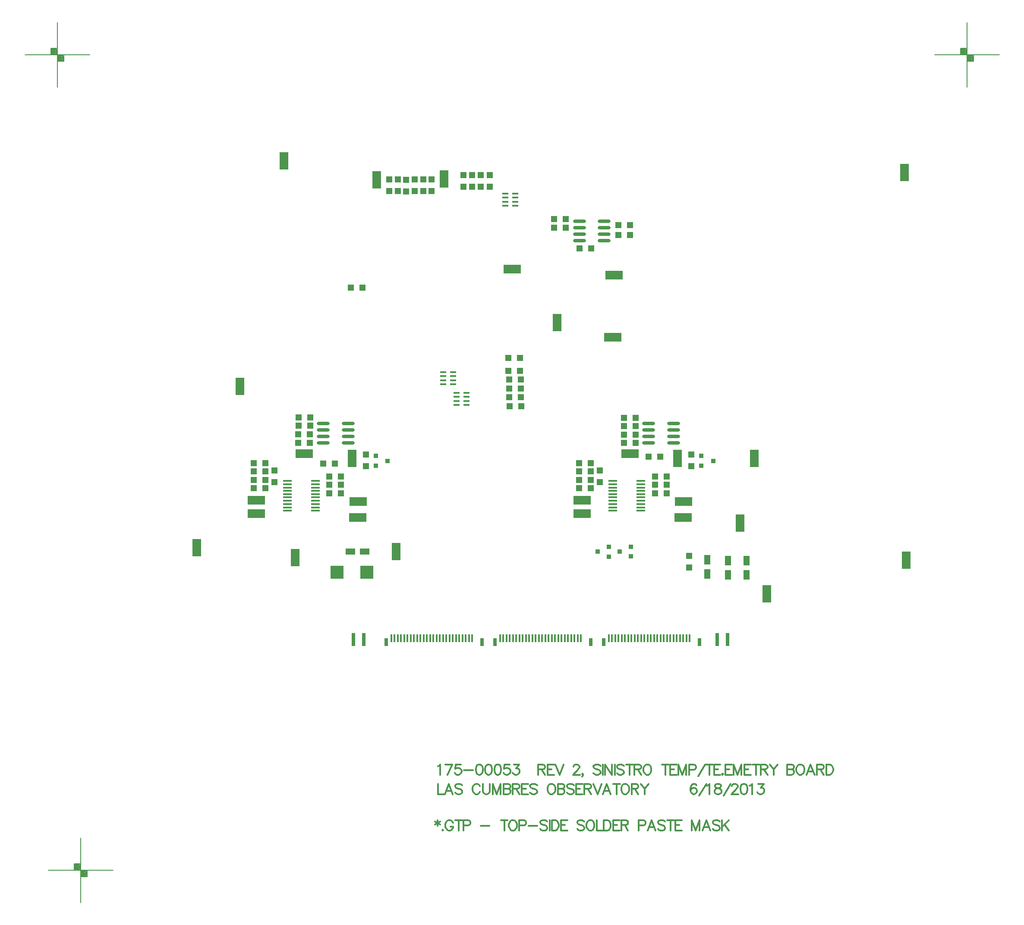
<source format=gtp>
%FSLAX23Y23*%
%MOIN*%
G70*
G01*
G75*
G04 Layer_Color=8421504*
%ADD10R,0.031X0.060*%
%ADD11R,0.014X0.060*%
%ADD12R,0.030X0.100*%
%ADD13R,0.045X0.017*%
%ADD14R,0.050X0.050*%
%ADD15R,0.050X0.050*%
%ADD16R,0.036X0.036*%
%ADD17O,0.098X0.028*%
%ADD18R,0.065X0.012*%
%ADD19R,0.135X0.070*%
%ADD20R,0.070X0.135*%
%ADD21R,0.037X0.035*%
%ADD22R,0.037X0.035*%
%ADD23R,0.100X0.100*%
%ADD24R,0.048X0.078*%
%ADD25R,0.078X0.048*%
%ADD26C,0.010*%
%ADD27C,0.025*%
%ADD28C,0.008*%
%ADD29C,0.005*%
%ADD30C,0.006*%
%ADD31C,0.020*%
%ADD32C,0.050*%
%ADD33C,0.012*%
%ADD34C,0.012*%
%ADD35C,0.012*%
%ADD36C,0.220*%
%ADD37C,0.020*%
%ADD38C,0.063*%
%ADD39R,0.063X0.063*%
%ADD40C,0.050*%
%ADD41C,0.039*%
%ADD42R,0.060X0.060*%
%ADD43C,0.060*%
%ADD44R,0.059X0.059*%
%ADD45C,0.059*%
%ADD46C,0.079*%
%ADD47C,0.157*%
%ADD48C,0.059*%
%ADD49R,0.059X0.059*%
%ADD50C,0.116*%
%ADD51C,0.065*%
%ADD52C,0.100*%
%ADD53C,0.030*%
%ADD54C,0.040*%
%ADD55C,0.206*%
%ADD56C,0.079*%
G04:AMPARAMS|DCode=57|XSize=85mil|YSize=85mil|CornerRadius=0mil|HoleSize=0mil|Usage=FLASHONLY|Rotation=0.000|XOffset=0mil|YOffset=0mil|HoleType=Round|Shape=Relief|Width=10mil|Gap=10mil|Entries=4|*
%AMTHD57*
7,0,0,0.085,0.065,0.010,45*
%
%ADD57THD57*%
%ADD58C,0.080*%
G04:AMPARAMS|DCode=59|XSize=90mil|YSize=90mil|CornerRadius=0mil|HoleSize=0mil|Usage=FLASHONLY|Rotation=0.000|XOffset=0mil|YOffset=0mil|HoleType=Round|Shape=Relief|Width=10mil|Gap=10mil|Entries=4|*
%AMTHD59*
7,0,0,0.090,0.070,0.010,45*
%
%ADD59THD59*%
%ADD60C,0.070*%
G04:AMPARAMS|DCode=61|XSize=95.433mil|YSize=95.433mil|CornerRadius=0mil|HoleSize=0mil|Usage=FLASHONLY|Rotation=0.000|XOffset=0mil|YOffset=0mil|HoleType=Round|Shape=Relief|Width=10mil|Gap=10mil|Entries=4|*
%AMTHD61*
7,0,0,0.095,0.075,0.010,45*
%
%ADD61THD61*%
%ADD62C,0.075*%
%ADD63C,0.076*%
%ADD64C,0.131*%
%ADD65C,0.075*%
%ADD66C,0.168*%
%ADD67C,0.080*%
%ADD68C,0.103*%
G04:AMPARAMS|DCode=69|XSize=70mil|YSize=70mil|CornerRadius=0mil|HoleSize=0mil|Usage=FLASHONLY|Rotation=0.000|XOffset=0mil|YOffset=0mil|HoleType=Round|Shape=Relief|Width=10mil|Gap=10mil|Entries=4|*
%AMTHD69*
7,0,0,0.070,0.050,0.010,45*
%
%ADD69THD69*%
%ADD70C,0.055*%
G04:AMPARAMS|DCode=71|XSize=75mil|YSize=75mil|CornerRadius=0mil|HoleSize=0mil|Usage=FLASHONLY|Rotation=0.000|XOffset=0mil|YOffset=0mil|HoleType=Round|Shape=Relief|Width=10mil|Gap=10mil|Entries=4|*
%AMTHD71*
7,0,0,0.075,0.055,0.010,45*
%
%ADD71THD71*%
%ADD72C,0.068*%
G04:AMPARAMS|DCode=73|XSize=96.221mil|YSize=96.221mil|CornerRadius=0mil|HoleSize=0mil|Usage=FLASHONLY|Rotation=0.000|XOffset=0mil|YOffset=0mil|HoleType=Round|Shape=Relief|Width=10mil|Gap=10mil|Entries=4|*
%AMTHD73*
7,0,0,0.096,0.076,0.010,45*
%
%ADD73THD73*%
G04:AMPARAMS|DCode=74|XSize=150.551mil|YSize=150.551mil|CornerRadius=0mil|HoleSize=0mil|Usage=FLASHONLY|Rotation=0.000|XOffset=0mil|YOffset=0mil|HoleType=Round|Shape=Relief|Width=10mil|Gap=10mil|Entries=4|*
%AMTHD74*
7,0,0,0.151,0.131,0.010,45*
%
%ADD74THD74*%
G04:AMPARAMS|DCode=75|XSize=100mil|YSize=100mil|CornerRadius=0mil|HoleSize=0mil|Usage=FLASHONLY|Rotation=0.000|XOffset=0mil|YOffset=0mil|HoleType=Round|Shape=Relief|Width=10mil|Gap=10mil|Entries=4|*
%AMTHD75*
7,0,0,0.100,0.080,0.010,45*
%
%ADD75THD75*%
G04:AMPARAMS|DCode=76|XSize=123mil|YSize=123mil|CornerRadius=0mil|HoleSize=0mil|Usage=FLASHONLY|Rotation=0.000|XOffset=0mil|YOffset=0mil|HoleType=Round|Shape=Relief|Width=10mil|Gap=10mil|Entries=4|*
%AMTHD76*
7,0,0,0.123,0.103,0.010,45*
%
%ADD76THD76*%
%ADD77R,0.272X0.268*%
%ADD78R,0.075X0.037*%
%ADD79R,0.100X0.100*%
%ADD80R,0.016X0.085*%
%ADD81R,0.709X0.020*%
%ADD82R,0.053X0.053*%
%ADD83R,0.035X0.053*%
%ADD84R,0.012X0.057*%
%ADD85R,0.185X0.025*%
%ADD86R,0.100X0.025*%
%ADD87C,0.010*%
%ADD88C,0.010*%
%ADD89C,0.008*%
%ADD90C,0.007*%
%ADD91R,0.170X0.118*%
D10*
X56110Y33653D02*
D03*
X56850D02*
D03*
X56010D02*
D03*
X55270D02*
D03*
X55170D02*
D03*
X54430D02*
D03*
D11*
X56773Y33681D02*
D03*
X56748D02*
D03*
X56723D02*
D03*
X56698D02*
D03*
X56673D02*
D03*
X56648D02*
D03*
X56623D02*
D03*
X56598D02*
D03*
X56573D02*
D03*
X56548D02*
D03*
X56523D02*
D03*
X56498D02*
D03*
X56473D02*
D03*
X56448D02*
D03*
X56423D02*
D03*
X56398D02*
D03*
X56373D02*
D03*
X56348D02*
D03*
X56323D02*
D03*
X56298D02*
D03*
X56273D02*
D03*
X56248D02*
D03*
X56223D02*
D03*
X56198D02*
D03*
X56173D02*
D03*
X56148D02*
D03*
X55933Y33680D02*
D03*
X55908D02*
D03*
X55883D02*
D03*
X55858D02*
D03*
X55833D02*
D03*
X55808D02*
D03*
X55783D02*
D03*
X55758D02*
D03*
X55733D02*
D03*
X55708D02*
D03*
X55683D02*
D03*
X55658D02*
D03*
X55633D02*
D03*
X55608D02*
D03*
X55583D02*
D03*
X55558D02*
D03*
X55533D02*
D03*
X55508D02*
D03*
X55483D02*
D03*
X55458D02*
D03*
X55433D02*
D03*
X55408D02*
D03*
X55383D02*
D03*
X55358D02*
D03*
X55333D02*
D03*
X55308D02*
D03*
X55093D02*
D03*
X55068D02*
D03*
X55043D02*
D03*
X55018D02*
D03*
X54993D02*
D03*
X54968D02*
D03*
X54943D02*
D03*
X54918D02*
D03*
X54893D02*
D03*
X54868D02*
D03*
X54843D02*
D03*
X54818D02*
D03*
X54793D02*
D03*
X54768D02*
D03*
X54743D02*
D03*
X54718D02*
D03*
X54693D02*
D03*
X54668D02*
D03*
X54643D02*
D03*
X54618D02*
D03*
X54593D02*
D03*
X54568D02*
D03*
X54543D02*
D03*
X54518D02*
D03*
X54493D02*
D03*
X54468D02*
D03*
D12*
X54176Y33671D02*
D03*
X54255D02*
D03*
X56986Y33671D02*
D03*
X57065D02*
D03*
D13*
X54972Y35578D02*
D03*
Y35547D02*
D03*
Y35516D02*
D03*
Y35484D02*
D03*
X55049D02*
D03*
Y35516D02*
D03*
Y35547D02*
D03*
Y35578D02*
D03*
X54869Y35738D02*
D03*
Y35707D02*
D03*
Y35676D02*
D03*
Y35644D02*
D03*
X54946D02*
D03*
Y35676D02*
D03*
Y35707D02*
D03*
Y35738D02*
D03*
X55348Y37024D02*
D03*
Y37056D02*
D03*
Y37087D02*
D03*
Y37118D02*
D03*
X55425D02*
D03*
Y37087D02*
D03*
Y37056D02*
D03*
Y37024D02*
D03*
D14*
X55379Y35612D02*
D03*
X55469D02*
D03*
X55380Y35544D02*
D03*
X55470D02*
D03*
X55382Y35476D02*
D03*
X55472D02*
D03*
X55380Y35681D02*
D03*
X55470D02*
D03*
X55373Y35749D02*
D03*
X55463D02*
D03*
X55372Y35847D02*
D03*
X55462D02*
D03*
X56454Y35086D02*
D03*
X56544D02*
D03*
X53942Y35031D02*
D03*
X54032D02*
D03*
X56264Y35191D02*
D03*
X56354D02*
D03*
X53749Y35193D02*
D03*
X53839D02*
D03*
X55918Y34905D02*
D03*
X56008D02*
D03*
X53404D02*
D03*
X53494D02*
D03*
X56265Y35322D02*
D03*
X56355D02*
D03*
X53751Y35325D02*
D03*
X53841D02*
D03*
X56354Y35256D02*
D03*
X56264D02*
D03*
X53840Y35259D02*
D03*
X53750D02*
D03*
X55918Y34971D02*
D03*
X56008D02*
D03*
X53404D02*
D03*
X53494D02*
D03*
X56594Y34867D02*
D03*
X56504D02*
D03*
X54080D02*
D03*
X53990D02*
D03*
X56313Y36798D02*
D03*
X56223D02*
D03*
X55726Y36854D02*
D03*
X55816D02*
D03*
X55817Y36920D02*
D03*
X55727D02*
D03*
X54244Y36390D02*
D03*
X54154D02*
D03*
X56594Y34802D02*
D03*
X56504D02*
D03*
X54080D02*
D03*
X53990D02*
D03*
X55918Y34841D02*
D03*
X56008D02*
D03*
X53404D02*
D03*
X53494D02*
D03*
X55918Y35034D02*
D03*
X56008D02*
D03*
X53404D02*
D03*
X53494D02*
D03*
X56594Y34932D02*
D03*
X56504D02*
D03*
X54080D02*
D03*
X53990D02*
D03*
X56356Y35385D02*
D03*
X56266D02*
D03*
X53842Y35389D02*
D03*
X53752D02*
D03*
X55921Y36696D02*
D03*
X56011D02*
D03*
X56222Y36874D02*
D03*
X56312D02*
D03*
D15*
X56768Y34317D02*
D03*
Y34227D02*
D03*
X56786Y35013D02*
D03*
Y35103D02*
D03*
X54272Y35013D02*
D03*
Y35103D02*
D03*
X54716Y37139D02*
D03*
Y37229D02*
D03*
X54650Y37228D02*
D03*
Y37138D02*
D03*
X54518Y37137D02*
D03*
Y37227D02*
D03*
X54581Y37226D02*
D03*
Y37136D02*
D03*
X56078Y34889D02*
D03*
Y34979D02*
D03*
X53564Y34889D02*
D03*
Y34979D02*
D03*
X54780Y37229D02*
D03*
Y37139D02*
D03*
X54453Y37228D02*
D03*
Y37138D02*
D03*
X55158Y37260D02*
D03*
Y37170D02*
D03*
X55027Y37261D02*
D03*
Y37171D02*
D03*
X55230Y37261D02*
D03*
Y37171D02*
D03*
X55093Y37262D02*
D03*
Y37172D02*
D03*
D16*
X56319Y34314D02*
D03*
X56233Y34351D02*
D03*
X56319Y34388D02*
D03*
X56148Y34313D02*
D03*
X56062Y34350D02*
D03*
X56148Y34387D02*
D03*
D17*
X56649Y35191D02*
D03*
Y35241D02*
D03*
Y35291D02*
D03*
Y35341D02*
D03*
X56457Y35191D02*
D03*
Y35241D02*
D03*
Y35291D02*
D03*
Y35341D02*
D03*
X54135Y35191D02*
D03*
Y35241D02*
D03*
Y35291D02*
D03*
Y35341D02*
D03*
X53943Y35191D02*
D03*
Y35241D02*
D03*
Y35291D02*
D03*
Y35341D02*
D03*
X56113Y36755D02*
D03*
Y36805D02*
D03*
Y36855D02*
D03*
Y36905D02*
D03*
X55921Y36755D02*
D03*
Y36805D02*
D03*
Y36855D02*
D03*
Y36905D02*
D03*
D18*
X56396Y34898D02*
D03*
X56178D02*
D03*
X56396Y34872D02*
D03*
X56178D02*
D03*
X56396Y34844D02*
D03*
X56178D02*
D03*
Y34821D02*
D03*
Y34795D02*
D03*
Y34770D02*
D03*
Y34744D02*
D03*
Y34719D02*
D03*
Y34693D02*
D03*
Y34667D02*
D03*
X56396Y34821D02*
D03*
Y34795D02*
D03*
Y34770D02*
D03*
Y34744D02*
D03*
Y34719D02*
D03*
Y34693D02*
D03*
Y34667D02*
D03*
X53882Y34898D02*
D03*
X53664D02*
D03*
X53882Y34872D02*
D03*
X53664D02*
D03*
X53882Y34844D02*
D03*
X53664D02*
D03*
Y34821D02*
D03*
Y34795D02*
D03*
Y34770D02*
D03*
Y34744D02*
D03*
Y34719D02*
D03*
Y34693D02*
D03*
Y34667D02*
D03*
X53882Y34821D02*
D03*
Y34795D02*
D03*
Y34770D02*
D03*
Y34744D02*
D03*
Y34719D02*
D03*
Y34693D02*
D03*
Y34667D02*
D03*
D19*
X56722Y34615D02*
D03*
X54208D02*
D03*
X55941Y34645D02*
D03*
X53427D02*
D03*
X55941Y34748D02*
D03*
X53427D02*
D03*
X56727Y34739D02*
D03*
X54213D02*
D03*
X55403Y36536D02*
D03*
X56188Y36487D02*
D03*
X56180Y36008D02*
D03*
X56311Y35109D02*
D03*
X53797D02*
D03*
D20*
X55750Y36123D02*
D03*
X54506Y34352D02*
D03*
X58446Y34285D02*
D03*
X57271Y35070D02*
D03*
X53727Y34306D02*
D03*
X57369Y34025D02*
D03*
X57162Y34570D02*
D03*
X58433Y37282D02*
D03*
X53298Y35628D02*
D03*
X52965Y34380D02*
D03*
X53640Y37372D02*
D03*
X56680Y35073D02*
D03*
X54166D02*
D03*
X54875Y37230D02*
D03*
X54357Y37226D02*
D03*
D21*
X56954Y35053D02*
D03*
X56862Y35090D02*
D03*
X54440Y35053D02*
D03*
X54348Y35090D02*
D03*
D22*
X56862Y35015D02*
D03*
X54348D02*
D03*
D23*
X54048Y34192D02*
D03*
X54278D02*
D03*
D24*
X57213Y34172D02*
D03*
Y34282D02*
D03*
X57068Y34282D02*
D03*
Y34172D02*
D03*
X56908Y34177D02*
D03*
Y34287D02*
D03*
D25*
X54263Y34352D02*
D03*
X54153D02*
D03*
D28*
X58664Y38190D02*
X59164D01*
X58914Y37940D02*
Y38440D01*
X58964Y38140D02*
Y38190D01*
X58914Y38140D02*
X58964D01*
X58864Y38190D02*
Y38240D01*
X58914D01*
X58869Y38195D02*
X58909D01*
X58869D02*
Y38235D01*
X58909D01*
Y38195D02*
Y38235D01*
X58874Y38200D02*
X58904D01*
X58874D02*
Y38230D01*
X58904D01*
Y38205D02*
Y38230D01*
X58879Y38205D02*
X58899D01*
X58879D02*
Y38225D01*
X58899D01*
Y38210D02*
Y38225D01*
X58884Y38210D02*
X58894D01*
X58884D02*
Y38220D01*
X58894D01*
Y38210D02*
Y38220D01*
X58884Y38215D02*
X58894D01*
X58919Y38145D02*
X58959D01*
X58919D02*
Y38185D01*
X58959D01*
Y38145D02*
Y38185D01*
X58924Y38150D02*
X58954D01*
X58924D02*
Y38180D01*
X58954D01*
Y38155D02*
Y38180D01*
X58929Y38155D02*
X58949D01*
X58929D02*
Y38175D01*
X58949D01*
Y38160D02*
Y38175D01*
X58934Y38160D02*
X58944D01*
X58934D02*
Y38170D01*
X58944D01*
Y38160D02*
Y38170D01*
X58934Y38165D02*
X58944D01*
X51638Y38190D02*
X52138D01*
X51888Y37940D02*
Y38440D01*
X51938Y38140D02*
Y38190D01*
X51888Y38140D02*
X51938D01*
X51838Y38190D02*
Y38240D01*
X51888D01*
X51843Y38195D02*
X51883D01*
X51843D02*
Y38235D01*
X51883D01*
Y38195D02*
Y38235D01*
X51848Y38200D02*
X51878D01*
X51848D02*
Y38230D01*
X51878D01*
Y38205D02*
Y38230D01*
X51853Y38205D02*
X51873D01*
X51853D02*
Y38225D01*
X51873D01*
Y38210D02*
Y38225D01*
X51858Y38210D02*
X51868D01*
X51858D02*
Y38220D01*
X51868D01*
Y38210D02*
Y38220D01*
X51858Y38215D02*
X51868D01*
X51893Y38145D02*
X51933D01*
X51893D02*
Y38185D01*
X51933D01*
Y38145D02*
Y38185D01*
X51898Y38150D02*
X51928D01*
X51898D02*
Y38180D01*
X51928D01*
Y38155D02*
Y38180D01*
X51903Y38155D02*
X51923D01*
X51903D02*
Y38175D01*
X51923D01*
Y38160D02*
Y38175D01*
X51908Y38160D02*
X51918D01*
X51908D02*
Y38170D01*
X51918D01*
Y38160D02*
Y38170D01*
X51908Y38165D02*
X51918D01*
X51819Y31889D02*
X52319D01*
X52069Y31639D02*
Y32139D01*
X52119Y31839D02*
Y31889D01*
X52069Y31839D02*
X52119D01*
X52019Y31889D02*
Y31939D01*
X52069D01*
X52024Y31894D02*
X52064D01*
X52024D02*
Y31934D01*
X52064D01*
Y31894D02*
Y31934D01*
X52029Y31899D02*
X52059D01*
X52029D02*
Y31929D01*
X52059D01*
Y31904D02*
Y31929D01*
X52034Y31904D02*
X52054D01*
X52034D02*
Y31924D01*
X52054D01*
Y31909D02*
Y31924D01*
X52039Y31909D02*
X52049D01*
X52039D02*
Y31919D01*
X52049D01*
Y31909D02*
Y31919D01*
X52039Y31914D02*
X52049D01*
X52074Y31844D02*
X52114D01*
X52074D02*
Y31884D01*
X52114D01*
Y31844D02*
Y31884D01*
X52079Y31849D02*
X52109D01*
X52079D02*
Y31879D01*
X52109D01*
Y31854D02*
Y31879D01*
X52084Y31854D02*
X52104D01*
X52084D02*
Y31874D01*
X52104D01*
Y31859D02*
Y31874D01*
X52089Y31859D02*
X52099D01*
X52089D02*
Y31869D01*
X52099D01*
Y31859D02*
Y31869D01*
X52089Y31864D02*
X52099D01*
D34*
X54826Y32275D02*
Y32230D01*
X54807Y32264D02*
X54845Y32241D01*
Y32264D02*
X54807Y32241D01*
X54865Y32203D02*
X54861Y32199D01*
X54865Y32196D01*
X54869Y32199D01*
X54865Y32203D01*
X54944Y32256D02*
X54940Y32264D01*
X54932Y32272D01*
X54925Y32275D01*
X54909D01*
X54902Y32272D01*
X54894Y32264D01*
X54890Y32256D01*
X54887Y32245D01*
Y32226D01*
X54890Y32215D01*
X54894Y32207D01*
X54902Y32199D01*
X54909Y32196D01*
X54925D01*
X54932Y32199D01*
X54940Y32207D01*
X54944Y32215D01*
Y32226D01*
X54925D02*
X54944D01*
X54989Y32275D02*
Y32196D01*
X54962Y32275D02*
X55015D01*
X55025Y32234D02*
X55059D01*
X55071Y32237D01*
X55074Y32241D01*
X55078Y32249D01*
Y32260D01*
X55074Y32268D01*
X55071Y32272D01*
X55059Y32275D01*
X55025D01*
Y32196D01*
X55159Y32230D02*
X55227D01*
X55341Y32275D02*
Y32196D01*
X55314Y32275D02*
X55367D01*
X55400D02*
X55392Y32272D01*
X55384Y32264D01*
X55381Y32256D01*
X55377Y32245D01*
Y32226D01*
X55381Y32215D01*
X55384Y32207D01*
X55392Y32199D01*
X55400Y32196D01*
X55415D01*
X55422Y32199D01*
X55430Y32207D01*
X55434Y32215D01*
X55438Y32226D01*
Y32245D01*
X55434Y32256D01*
X55430Y32264D01*
X55422Y32272D01*
X55415Y32275D01*
X55400D01*
X55456Y32234D02*
X55491D01*
X55502Y32237D01*
X55506Y32241D01*
X55510Y32249D01*
Y32260D01*
X55506Y32268D01*
X55502Y32272D01*
X55491Y32275D01*
X55456D01*
Y32196D01*
X55528Y32230D02*
X55596D01*
X55673Y32264D02*
X55665Y32272D01*
X55654Y32275D01*
X55639D01*
X55627Y32272D01*
X55620Y32264D01*
Y32256D01*
X55624Y32249D01*
X55627Y32245D01*
X55635Y32241D01*
X55658Y32234D01*
X55665Y32230D01*
X55669Y32226D01*
X55673Y32218D01*
Y32207D01*
X55665Y32199D01*
X55654Y32196D01*
X55639D01*
X55627Y32199D01*
X55620Y32207D01*
X55691Y32275D02*
Y32196D01*
X55708Y32275D02*
Y32196D01*
Y32275D02*
X55734D01*
X55746Y32272D01*
X55753Y32264D01*
X55757Y32256D01*
X55761Y32245D01*
Y32226D01*
X55757Y32215D01*
X55753Y32207D01*
X55746Y32199D01*
X55734Y32196D01*
X55708D01*
X55828Y32275D02*
X55779D01*
Y32196D01*
X55828D01*
X55779Y32237D02*
X55809D01*
X55958Y32264D02*
X55950Y32272D01*
X55939Y32275D01*
X55924D01*
X55912Y32272D01*
X55905Y32264D01*
Y32256D01*
X55908Y32249D01*
X55912Y32245D01*
X55920Y32241D01*
X55943Y32234D01*
X55950Y32230D01*
X55954Y32226D01*
X55958Y32218D01*
Y32207D01*
X55950Y32199D01*
X55939Y32196D01*
X55924D01*
X55912Y32199D01*
X55905Y32207D01*
X55999Y32275D02*
X55991Y32272D01*
X55984Y32264D01*
X55980Y32256D01*
X55976Y32245D01*
Y32226D01*
X55980Y32215D01*
X55984Y32207D01*
X55991Y32199D01*
X55999Y32196D01*
X56014D01*
X56022Y32199D01*
X56029Y32207D01*
X56033Y32215D01*
X56037Y32226D01*
Y32245D01*
X56033Y32256D01*
X56029Y32264D01*
X56022Y32272D01*
X56014Y32275D01*
X55999D01*
X56055D02*
Y32196D01*
X56101D01*
X56110Y32275D02*
Y32196D01*
Y32275D02*
X56137D01*
X56148Y32272D01*
X56156Y32264D01*
X56159Y32256D01*
X56163Y32245D01*
Y32226D01*
X56159Y32215D01*
X56156Y32207D01*
X56148Y32199D01*
X56137Y32196D01*
X56110D01*
X56231Y32275D02*
X56181D01*
Y32196D01*
X56231D01*
X56181Y32237D02*
X56212D01*
X56244Y32275D02*
Y32196D01*
Y32275D02*
X56278D01*
X56290Y32272D01*
X56294Y32268D01*
X56297Y32260D01*
Y32253D01*
X56294Y32245D01*
X56290Y32241D01*
X56278Y32237D01*
X56244D01*
X56271D02*
X56297Y32196D01*
X56378Y32234D02*
X56412D01*
X56424Y32237D01*
X56428Y32241D01*
X56431Y32249D01*
Y32260D01*
X56428Y32268D01*
X56424Y32272D01*
X56412Y32275D01*
X56378D01*
Y32196D01*
X56510D02*
X56480Y32275D01*
X56449Y32196D01*
X56461Y32222D02*
X56499D01*
X56582Y32264D02*
X56575Y32272D01*
X56563Y32275D01*
X56548D01*
X56537Y32272D01*
X56529Y32264D01*
Y32256D01*
X56533Y32249D01*
X56537Y32245D01*
X56544Y32241D01*
X56567Y32234D01*
X56575Y32230D01*
X56578Y32226D01*
X56582Y32218D01*
Y32207D01*
X56575Y32199D01*
X56563Y32196D01*
X56548D01*
X56537Y32199D01*
X56529Y32207D01*
X56627Y32275D02*
Y32196D01*
X56600Y32275D02*
X56653D01*
X56712D02*
X56663D01*
Y32196D01*
X56712D01*
X56663Y32237D02*
X56693D01*
X56789Y32275D02*
Y32196D01*
Y32275D02*
X56819Y32196D01*
X56850Y32275D02*
X56819Y32196D01*
X56850Y32275D02*
Y32196D01*
X56933D02*
X56903Y32275D01*
X56872Y32196D01*
X56884Y32222D02*
X56922D01*
X57005Y32264D02*
X56998Y32272D01*
X56986Y32275D01*
X56971D01*
X56960Y32272D01*
X56952Y32264D01*
Y32256D01*
X56956Y32249D01*
X56960Y32245D01*
X56967Y32241D01*
X56990Y32234D01*
X56998Y32230D01*
X57002Y32226D01*
X57005Y32218D01*
Y32207D01*
X56998Y32199D01*
X56986Y32196D01*
X56971D01*
X56960Y32199D01*
X56952Y32207D01*
X57023Y32275D02*
Y32196D01*
X57077Y32275D02*
X57023Y32222D01*
X57042Y32241D02*
X57077Y32196D01*
X54828Y32691D02*
X54836Y32695D01*
X54847Y32706D01*
Y32626D01*
X54940Y32706D02*
X54902Y32626D01*
X54887Y32706D02*
X54940D01*
X55004D02*
X54966D01*
X54962Y32672D01*
X54966Y32676D01*
X54977Y32679D01*
X54988D01*
X55000Y32676D01*
X55007Y32668D01*
X55011Y32657D01*
Y32649D01*
X55007Y32638D01*
X55000Y32630D01*
X54988Y32626D01*
X54977D01*
X54966Y32630D01*
X54962Y32634D01*
X54958Y32641D01*
X55029Y32660D02*
X55098D01*
X55144Y32706D02*
X55133Y32702D01*
X55125Y32691D01*
X55121Y32672D01*
Y32660D01*
X55125Y32641D01*
X55133Y32630D01*
X55144Y32626D01*
X55152D01*
X55163Y32630D01*
X55171Y32641D01*
X55175Y32660D01*
Y32672D01*
X55171Y32691D01*
X55163Y32702D01*
X55152Y32706D01*
X55144D01*
X55215D02*
X55204Y32702D01*
X55196Y32691D01*
X55193Y32672D01*
Y32660D01*
X55196Y32641D01*
X55204Y32630D01*
X55215Y32626D01*
X55223D01*
X55234Y32630D01*
X55242Y32641D01*
X55246Y32660D01*
Y32672D01*
X55242Y32691D01*
X55234Y32702D01*
X55223Y32706D01*
X55215D01*
X55287D02*
X55275Y32702D01*
X55268Y32691D01*
X55264Y32672D01*
Y32660D01*
X55268Y32641D01*
X55275Y32630D01*
X55287Y32626D01*
X55294D01*
X55306Y32630D01*
X55313Y32641D01*
X55317Y32660D01*
Y32672D01*
X55313Y32691D01*
X55306Y32702D01*
X55294Y32706D01*
X55287D01*
X55381D02*
X55343D01*
X55339Y32672D01*
X55343Y32676D01*
X55354Y32679D01*
X55365D01*
X55377Y32676D01*
X55384Y32668D01*
X55388Y32657D01*
Y32649D01*
X55384Y32638D01*
X55377Y32630D01*
X55365Y32626D01*
X55354D01*
X55343Y32630D01*
X55339Y32634D01*
X55335Y32641D01*
X55414Y32706D02*
X55456D01*
X55433Y32676D01*
X55444D01*
X55452Y32672D01*
X55456Y32668D01*
X55460Y32657D01*
Y32649D01*
X55456Y32638D01*
X55448Y32630D01*
X55437Y32626D01*
X55425D01*
X55414Y32630D01*
X55410Y32634D01*
X55406Y32641D01*
X55603Y32706D02*
Y32626D01*
Y32706D02*
X55637D01*
X55649Y32702D01*
X55653Y32698D01*
X55656Y32691D01*
Y32683D01*
X55653Y32676D01*
X55649Y32672D01*
X55637Y32668D01*
X55603D01*
X55630D02*
X55656Y32626D01*
X55724Y32706D02*
X55674D01*
Y32626D01*
X55724D01*
X55674Y32668D02*
X55705D01*
X55737Y32706D02*
X55768Y32626D01*
X55798Y32706D02*
X55768Y32626D01*
X55875Y32687D02*
Y32691D01*
X55879Y32698D01*
X55883Y32702D01*
X55890Y32706D01*
X55906D01*
X55913Y32702D01*
X55917Y32698D01*
X55921Y32691D01*
Y32683D01*
X55917Y32676D01*
X55909Y32664D01*
X55871Y32626D01*
X55925D01*
X55950Y32630D02*
X55946Y32626D01*
X55942Y32630D01*
X55946Y32634D01*
X55950Y32630D01*
Y32622D01*
X55946Y32615D01*
X55942Y32611D01*
X56084Y32695D02*
X56076Y32702D01*
X56065Y32706D01*
X56049D01*
X56038Y32702D01*
X56030Y32695D01*
Y32687D01*
X56034Y32679D01*
X56038Y32676D01*
X56046Y32672D01*
X56069Y32664D01*
X56076Y32660D01*
X56080Y32657D01*
X56084Y32649D01*
Y32638D01*
X56076Y32630D01*
X56065Y32626D01*
X56049D01*
X56038Y32630D01*
X56030Y32638D01*
X56102Y32706D02*
Y32626D01*
X56118Y32706D02*
Y32626D01*
Y32706D02*
X56172Y32626D01*
Y32706D02*
Y32626D01*
X56194Y32706D02*
Y32626D01*
X56264Y32695D02*
X56256Y32702D01*
X56245Y32706D01*
X56230D01*
X56218Y32702D01*
X56211Y32695D01*
Y32687D01*
X56214Y32679D01*
X56218Y32676D01*
X56226Y32672D01*
X56249Y32664D01*
X56256Y32660D01*
X56260Y32657D01*
X56264Y32649D01*
Y32638D01*
X56256Y32630D01*
X56245Y32626D01*
X56230D01*
X56218Y32630D01*
X56211Y32638D01*
X56308Y32706D02*
Y32626D01*
X56282Y32706D02*
X56335D01*
X56345D02*
Y32626D01*
Y32706D02*
X56379D01*
X56390Y32702D01*
X56394Y32698D01*
X56398Y32691D01*
Y32683D01*
X56394Y32676D01*
X56390Y32672D01*
X56379Y32668D01*
X56345D01*
X56371D02*
X56398Y32626D01*
X56439Y32706D02*
X56431Y32702D01*
X56424Y32695D01*
X56420Y32687D01*
X56416Y32676D01*
Y32657D01*
X56420Y32645D01*
X56424Y32638D01*
X56431Y32630D01*
X56439Y32626D01*
X56454D01*
X56462Y32630D01*
X56469Y32638D01*
X56473Y32645D01*
X56477Y32657D01*
Y32676D01*
X56473Y32687D01*
X56469Y32695D01*
X56462Y32702D01*
X56454Y32706D01*
X56439D01*
X56585D02*
Y32626D01*
X56558Y32706D02*
X56612D01*
X56671D02*
X56621D01*
Y32626D01*
X56671D01*
X56621Y32668D02*
X56652D01*
X56684Y32706D02*
Y32626D01*
Y32706D02*
X56714Y32626D01*
X56745Y32706D02*
X56714Y32626D01*
X56745Y32706D02*
Y32626D01*
X56768Y32664D02*
X56802D01*
X56814Y32668D01*
X56817Y32672D01*
X56821Y32679D01*
Y32691D01*
X56817Y32698D01*
X56814Y32702D01*
X56802Y32706D01*
X56768D01*
Y32626D01*
X56839Y32615D02*
X56892Y32706D01*
X56924D02*
Y32626D01*
X56898Y32706D02*
X56951D01*
X57010D02*
X56961D01*
Y32626D01*
X57010D01*
X56961Y32668D02*
X56991D01*
X57027Y32634D02*
X57023Y32630D01*
X57027Y32626D01*
X57031Y32630D01*
X57027Y32634D01*
X57098Y32706D02*
X57049D01*
Y32626D01*
X57098D01*
X57049Y32668D02*
X57079D01*
X57111Y32706D02*
Y32626D01*
Y32706D02*
X57142Y32626D01*
X57172Y32706D02*
X57142Y32626D01*
X57172Y32706D02*
Y32626D01*
X57245Y32706D02*
X57195D01*
Y32626D01*
X57245D01*
X57195Y32668D02*
X57226D01*
X57285Y32706D02*
Y32626D01*
X57258Y32706D02*
X57311D01*
X57321D02*
Y32626D01*
Y32706D02*
X57355D01*
X57367Y32702D01*
X57370Y32698D01*
X57374Y32691D01*
Y32683D01*
X57370Y32676D01*
X57367Y32672D01*
X57355Y32668D01*
X57321D01*
X57347D02*
X57374Y32626D01*
X57392Y32706D02*
X57423Y32668D01*
Y32626D01*
X57453Y32706D02*
X57423Y32668D01*
X57526Y32706D02*
Y32626D01*
Y32706D02*
X57560D01*
X57572Y32702D01*
X57576Y32698D01*
X57579Y32691D01*
Y32683D01*
X57576Y32676D01*
X57572Y32672D01*
X57560Y32668D01*
X57526D02*
X57560D01*
X57572Y32664D01*
X57576Y32660D01*
X57579Y32653D01*
Y32641D01*
X57576Y32634D01*
X57572Y32630D01*
X57560Y32626D01*
X57526D01*
X57620Y32706D02*
X57613Y32702D01*
X57605Y32695D01*
X57601Y32687D01*
X57597Y32676D01*
Y32657D01*
X57601Y32645D01*
X57605Y32638D01*
X57613Y32630D01*
X57620Y32626D01*
X57635D01*
X57643Y32630D01*
X57651Y32638D01*
X57654Y32645D01*
X57658Y32657D01*
Y32676D01*
X57654Y32687D01*
X57651Y32695D01*
X57643Y32702D01*
X57635Y32706D01*
X57620D01*
X57738Y32626D02*
X57707Y32706D01*
X57677Y32626D01*
X57688Y32653D02*
X57726D01*
X57757Y32706D02*
Y32626D01*
Y32706D02*
X57791D01*
X57802Y32702D01*
X57806Y32698D01*
X57810Y32691D01*
Y32683D01*
X57806Y32676D01*
X57802Y32672D01*
X57791Y32668D01*
X57757D01*
X57783D02*
X57810Y32626D01*
X57828Y32706D02*
Y32626D01*
Y32706D02*
X57854D01*
X57866Y32702D01*
X57873Y32695D01*
X57877Y32687D01*
X57881Y32676D01*
Y32657D01*
X57877Y32645D01*
X57873Y32638D01*
X57866Y32630D01*
X57854Y32626D01*
X57828D01*
D35*
X54828Y32556D02*
Y32476D01*
X54874D01*
X54943D02*
X54913Y32556D01*
X54882Y32476D01*
X54894Y32503D02*
X54932D01*
X55015Y32545D02*
X55008Y32552D01*
X54996Y32556D01*
X54981D01*
X54970Y32552D01*
X54962Y32545D01*
Y32537D01*
X54966Y32529D01*
X54970Y32526D01*
X54977Y32522D01*
X55000Y32514D01*
X55008Y32510D01*
X55012Y32507D01*
X55015Y32499D01*
Y32487D01*
X55008Y32480D01*
X54996Y32476D01*
X54981D01*
X54970Y32480D01*
X54962Y32487D01*
X55153Y32537D02*
X55149Y32545D01*
X55142Y32552D01*
X55134Y32556D01*
X55119D01*
X55111Y32552D01*
X55104Y32545D01*
X55100Y32537D01*
X55096Y32526D01*
Y32507D01*
X55100Y32495D01*
X55104Y32487D01*
X55111Y32480D01*
X55119Y32476D01*
X55134D01*
X55142Y32480D01*
X55149Y32487D01*
X55153Y32495D01*
X55176Y32556D02*
Y32499D01*
X55180Y32487D01*
X55187Y32480D01*
X55199Y32476D01*
X55206D01*
X55218Y32480D01*
X55225Y32487D01*
X55229Y32499D01*
Y32556D01*
X55251D02*
Y32476D01*
Y32556D02*
X55282Y32476D01*
X55312Y32556D02*
X55282Y32476D01*
X55312Y32556D02*
Y32476D01*
X55335Y32556D02*
Y32476D01*
Y32556D02*
X55369D01*
X55381Y32552D01*
X55384Y32548D01*
X55388Y32541D01*
Y32533D01*
X55384Y32526D01*
X55381Y32522D01*
X55369Y32518D01*
X55335D02*
X55369D01*
X55381Y32514D01*
X55384Y32510D01*
X55388Y32503D01*
Y32491D01*
X55384Y32484D01*
X55381Y32480D01*
X55369Y32476D01*
X55335D01*
X55406Y32556D02*
Y32476D01*
Y32556D02*
X55440D01*
X55452Y32552D01*
X55456Y32548D01*
X55460Y32541D01*
Y32533D01*
X55456Y32526D01*
X55452Y32522D01*
X55440Y32518D01*
X55406D01*
X55433D02*
X55460Y32476D01*
X55527Y32556D02*
X55477D01*
Y32476D01*
X55527D01*
X55477Y32518D02*
X55508D01*
X55594Y32545D02*
X55586Y32552D01*
X55575Y32556D01*
X55559D01*
X55548Y32552D01*
X55540Y32545D01*
Y32537D01*
X55544Y32529D01*
X55548Y32526D01*
X55555Y32522D01*
X55578Y32514D01*
X55586Y32510D01*
X55590Y32507D01*
X55594Y32499D01*
Y32487D01*
X55586Y32480D01*
X55575Y32476D01*
X55559D01*
X55548Y32480D01*
X55540Y32487D01*
X55697Y32556D02*
X55690Y32552D01*
X55682Y32545D01*
X55678Y32537D01*
X55674Y32526D01*
Y32507D01*
X55678Y32495D01*
X55682Y32487D01*
X55690Y32480D01*
X55697Y32476D01*
X55712D01*
X55720Y32480D01*
X55728Y32487D01*
X55731Y32495D01*
X55735Y32507D01*
Y32526D01*
X55731Y32537D01*
X55728Y32545D01*
X55720Y32552D01*
X55712Y32556D01*
X55697D01*
X55754D02*
Y32476D01*
Y32556D02*
X55788D01*
X55800Y32552D01*
X55803Y32548D01*
X55807Y32541D01*
Y32533D01*
X55803Y32526D01*
X55800Y32522D01*
X55788Y32518D01*
X55754D02*
X55788D01*
X55800Y32514D01*
X55803Y32510D01*
X55807Y32503D01*
Y32491D01*
X55803Y32484D01*
X55800Y32480D01*
X55788Y32476D01*
X55754D01*
X55878Y32545D02*
X55871Y32552D01*
X55859Y32556D01*
X55844D01*
X55833Y32552D01*
X55825Y32545D01*
Y32537D01*
X55829Y32529D01*
X55833Y32526D01*
X55840Y32522D01*
X55863Y32514D01*
X55871Y32510D01*
X55875Y32507D01*
X55878Y32499D01*
Y32487D01*
X55871Y32480D01*
X55859Y32476D01*
X55844D01*
X55833Y32480D01*
X55825Y32487D01*
X55946Y32556D02*
X55896D01*
Y32476D01*
X55946D01*
X55896Y32518D02*
X55927D01*
X55959Y32556D02*
Y32476D01*
Y32556D02*
X55993D01*
X56005Y32552D01*
X56009Y32548D01*
X56013Y32541D01*
Y32533D01*
X56009Y32526D01*
X56005Y32522D01*
X55993Y32518D01*
X55959D01*
X55986D02*
X56013Y32476D01*
X56030Y32556D02*
X56061Y32476D01*
X56091Y32556D02*
X56061Y32476D01*
X56163D02*
X56132Y32556D01*
X56102Y32476D01*
X56113Y32503D02*
X56151D01*
X56208Y32556D02*
Y32476D01*
X56181Y32556D02*
X56235D01*
X56267D02*
X56259Y32552D01*
X56252Y32545D01*
X56248Y32537D01*
X56244Y32526D01*
Y32507D01*
X56248Y32495D01*
X56252Y32487D01*
X56259Y32480D01*
X56267Y32476D01*
X56282D01*
X56290Y32480D01*
X56297Y32487D01*
X56301Y32495D01*
X56305Y32507D01*
Y32526D01*
X56301Y32537D01*
X56297Y32545D01*
X56290Y32552D01*
X56282Y32556D01*
X56267D01*
X56324D02*
Y32476D01*
Y32556D02*
X56358D01*
X56369Y32552D01*
X56373Y32548D01*
X56377Y32541D01*
Y32533D01*
X56373Y32526D01*
X56369Y32522D01*
X56358Y32518D01*
X56324D01*
X56350D02*
X56377Y32476D01*
X56395Y32556D02*
X56425Y32518D01*
Y32476D01*
X56456Y32556D02*
X56425Y32518D01*
X56826Y32545D02*
X56822Y32552D01*
X56811Y32556D01*
X56803D01*
X56792Y32552D01*
X56784Y32541D01*
X56780Y32522D01*
Y32503D01*
X56784Y32487D01*
X56792Y32480D01*
X56803Y32476D01*
X56807D01*
X56818Y32480D01*
X56826Y32487D01*
X56830Y32499D01*
Y32503D01*
X56826Y32514D01*
X56818Y32522D01*
X56807Y32526D01*
X56803D01*
X56792Y32522D01*
X56784Y32514D01*
X56780Y32503D01*
X56847Y32465D02*
X56901Y32556D01*
X56906Y32541D02*
X56914Y32545D01*
X56925Y32556D01*
Y32476D01*
X56984Y32556D02*
X56972Y32552D01*
X56969Y32545D01*
Y32537D01*
X56972Y32529D01*
X56980Y32526D01*
X56995Y32522D01*
X57007Y32518D01*
X57014Y32510D01*
X57018Y32503D01*
Y32491D01*
X57014Y32484D01*
X57010Y32480D01*
X56999Y32476D01*
X56984D01*
X56972Y32480D01*
X56969Y32484D01*
X56965Y32491D01*
Y32503D01*
X56969Y32510D01*
X56976Y32518D01*
X56988Y32522D01*
X57003Y32526D01*
X57010Y32529D01*
X57014Y32537D01*
Y32545D01*
X57010Y32552D01*
X56999Y32556D01*
X56984D01*
X57036Y32465D02*
X57089Y32556D01*
X57098Y32537D02*
Y32541D01*
X57102Y32548D01*
X57106Y32552D01*
X57114Y32556D01*
X57129D01*
X57136Y32552D01*
X57140Y32548D01*
X57144Y32541D01*
Y32533D01*
X57140Y32526D01*
X57133Y32514D01*
X57095Y32476D01*
X57148D01*
X57189Y32556D02*
X57177Y32552D01*
X57170Y32541D01*
X57166Y32522D01*
Y32510D01*
X57170Y32491D01*
X57177Y32480D01*
X57189Y32476D01*
X57196D01*
X57208Y32480D01*
X57215Y32491D01*
X57219Y32510D01*
Y32522D01*
X57215Y32541D01*
X57208Y32552D01*
X57196Y32556D01*
X57189D01*
X57237Y32541D02*
X57245Y32545D01*
X57256Y32556D01*
Y32476D01*
X57303Y32556D02*
X57345D01*
X57322Y32526D01*
X57334D01*
X57341Y32522D01*
X57345Y32518D01*
X57349Y32507D01*
Y32499D01*
X57345Y32487D01*
X57338Y32480D01*
X57326Y32476D01*
X57315D01*
X57303Y32480D01*
X57300Y32484D01*
X57296Y32491D01*
M02*

</source>
